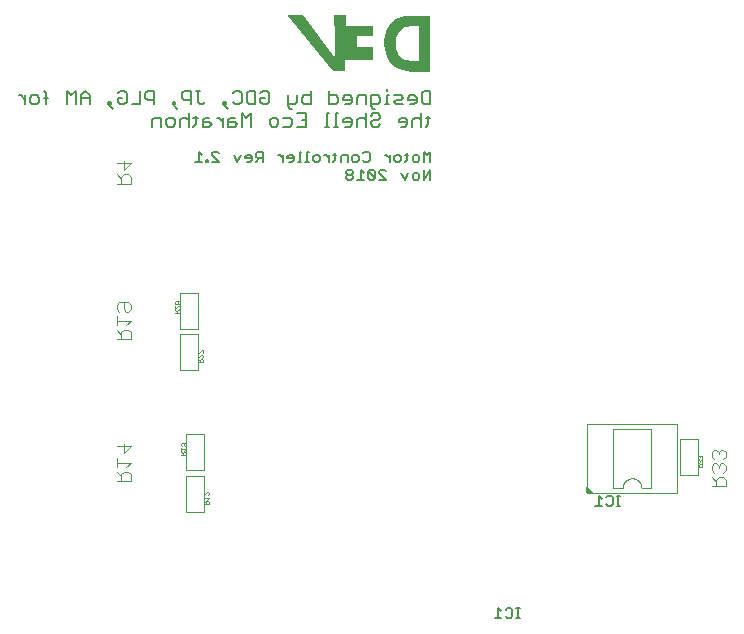
<source format=gbr>
G04 EAGLE Gerber RS-274X export*
G75*
%MOMM*%
%FSLAX34Y34*%
%LPD*%
%AMOC8*
5,1,8,0,0,1.08239X$1,22.5*%
G01*
%ADD10C,0.152400*%
%ADD11C,0.025400*%
%ADD12C,0.076200*%
%ADD13C,0.101600*%
%ADD14C,0.120000*%

G36*
X493535Y537303D02*
X493535Y537303D01*
X493537Y537302D01*
X493580Y537322D01*
X493624Y537340D01*
X493624Y537342D01*
X493626Y537343D01*
X493659Y537428D01*
X493659Y584672D01*
X493658Y584674D01*
X493659Y584676D01*
X493639Y584719D01*
X493621Y584763D01*
X493619Y584763D01*
X493618Y584765D01*
X493533Y584798D01*
X475753Y584798D01*
X475748Y584796D01*
X475743Y584798D01*
X472564Y584548D01*
X472556Y584543D01*
X472545Y584545D01*
X469444Y583800D01*
X469436Y583794D01*
X469425Y583794D01*
X466480Y582574D01*
X466473Y582567D01*
X466462Y582565D01*
X463743Y580899D01*
X463738Y580891D01*
X463727Y580887D01*
X461303Y578816D01*
X461298Y578808D01*
X461289Y578802D01*
X459218Y576378D01*
X459215Y576368D01*
X459206Y576362D01*
X457540Y573643D01*
X457539Y573633D01*
X457531Y573625D01*
X456311Y570680D01*
X456311Y570670D01*
X456305Y570661D01*
X455560Y567560D01*
X455562Y567551D01*
X455557Y567541D01*
X455307Y564362D01*
X455309Y564357D01*
X455307Y564352D01*
X455307Y559780D01*
X455309Y559775D01*
X455307Y559770D01*
X455582Y556273D01*
X455587Y556265D01*
X455585Y556254D01*
X456404Y552843D01*
X456410Y552835D01*
X456410Y552825D01*
X457753Y549584D01*
X457760Y549577D01*
X457762Y549566D01*
X459594Y546576D01*
X459602Y546570D01*
X459606Y546560D01*
X461884Y543893D01*
X461893Y543888D01*
X461898Y543879D01*
X464565Y541601D01*
X464574Y541598D01*
X464581Y541589D01*
X467571Y539757D01*
X467581Y539755D01*
X467589Y539748D01*
X470830Y538405D01*
X470839Y538405D01*
X470848Y538399D01*
X474259Y537580D01*
X474269Y537582D01*
X474278Y537577D01*
X477775Y537302D01*
X477780Y537304D01*
X477785Y537302D01*
X493533Y537302D01*
X493535Y537303D01*
G37*
G36*
X422161Y537811D02*
X422161Y537811D01*
X422163Y537810D01*
X422206Y537830D01*
X422250Y537848D01*
X422250Y537850D01*
X422252Y537851D01*
X422285Y537936D01*
X422285Y546954D01*
X445781Y546954D01*
X445783Y546955D01*
X445785Y546954D01*
X445828Y546974D01*
X445872Y546992D01*
X445872Y546994D01*
X445874Y546995D01*
X445907Y547080D01*
X445907Y558256D01*
X445906Y558258D01*
X445907Y558260D01*
X445887Y558303D01*
X445869Y558347D01*
X445867Y558347D01*
X445866Y558349D01*
X445781Y558382D01*
X432445Y558382D01*
X432445Y567528D01*
X445781Y567528D01*
X445783Y567529D01*
X445785Y567528D01*
X445828Y567548D01*
X445872Y567566D01*
X445872Y567568D01*
X445874Y567569D01*
X445907Y567654D01*
X445907Y575782D01*
X445906Y575784D01*
X445907Y575786D01*
X445887Y575829D01*
X445869Y575873D01*
X445867Y575873D01*
X445866Y575875D01*
X445781Y575908D01*
X422539Y575908D01*
X422539Y584926D01*
X422538Y584928D01*
X422539Y584930D01*
X422519Y584973D01*
X422501Y585017D01*
X422499Y585017D01*
X422498Y585019D01*
X422413Y585052D01*
X413015Y585052D01*
X413012Y585051D01*
X413008Y585052D01*
X412967Y585032D01*
X412924Y585014D01*
X412923Y585011D01*
X412920Y585009D01*
X412889Y584923D01*
X412895Y584645D01*
X412895Y584644D01*
X412900Y584392D01*
X412908Y584013D01*
X412913Y583761D01*
X412921Y583382D01*
X412926Y583130D01*
X412926Y583129D01*
X412931Y582877D01*
X412939Y582498D01*
X412944Y582246D01*
X412952Y581867D01*
X412957Y581615D01*
X412957Y581614D01*
X412962Y581362D01*
X412970Y580983D01*
X412976Y580731D01*
X412983Y580352D01*
X412989Y580100D01*
X412989Y580099D01*
X412996Y579721D01*
X413002Y579468D01*
X413007Y579216D01*
X413015Y578837D01*
X413020Y578585D01*
X413020Y578584D01*
X413028Y578206D01*
X413033Y577953D01*
X413038Y577701D01*
X413046Y577322D01*
X413051Y577070D01*
X413051Y577069D01*
X413059Y576691D01*
X413064Y576438D01*
X413072Y576060D01*
X413072Y576059D01*
X413077Y575807D01*
X413083Y575555D01*
X413083Y575554D01*
X413090Y575176D01*
X413096Y574923D01*
X413104Y574545D01*
X413104Y574544D01*
X413109Y574292D01*
X413114Y574040D01*
X413114Y574039D01*
X413122Y573661D01*
X413127Y573408D01*
X413135Y573030D01*
X413135Y573029D01*
X413140Y572777D01*
X413148Y572398D01*
X413153Y572146D01*
X413158Y571893D01*
X413166Y571515D01*
X413166Y571514D01*
X413171Y571262D01*
X413179Y570883D01*
X413185Y570631D01*
X413184Y570631D01*
X413185Y570631D01*
X413190Y570378D01*
X413198Y570000D01*
X413198Y569999D01*
X413203Y569747D01*
X413211Y569368D01*
X413216Y569116D01*
X413224Y568737D01*
X413229Y568485D01*
X413229Y568484D01*
X413234Y568232D01*
X413242Y567853D01*
X413247Y567601D01*
X413255Y567222D01*
X413260Y566970D01*
X413260Y566969D01*
X413265Y566717D01*
X413273Y566338D01*
X413279Y566086D01*
X413286Y565707D01*
X413292Y565455D01*
X413292Y565454D01*
X413299Y565076D01*
X413305Y564823D01*
X413310Y564571D01*
X413318Y564192D01*
X413323Y563940D01*
X413323Y563939D01*
X413331Y563561D01*
X413336Y563308D01*
X413341Y563056D01*
X413349Y562677D01*
X413354Y562425D01*
X413354Y562424D01*
X413362Y562046D01*
X413367Y561793D01*
X413375Y561415D01*
X413375Y561414D01*
X413380Y561162D01*
X413386Y560910D01*
X413386Y560909D01*
X413393Y560531D01*
X413399Y560278D01*
X413407Y559900D01*
X413407Y559899D01*
X413412Y559647D01*
X413417Y559395D01*
X413417Y559394D01*
X413425Y559016D01*
X413430Y558763D01*
X413438Y558385D01*
X413438Y558384D01*
X413443Y558132D01*
X413451Y557753D01*
X413456Y557501D01*
X413461Y557248D01*
X413469Y556870D01*
X413469Y556869D01*
X413474Y556617D01*
X413482Y556238D01*
X413488Y555986D01*
X413487Y555986D01*
X413488Y555986D01*
X413493Y555733D01*
X413501Y555355D01*
X413501Y555354D01*
X413506Y555102D01*
X413514Y554723D01*
X413519Y554471D01*
X413527Y554092D01*
X413532Y553840D01*
X413532Y553839D01*
X413537Y553587D01*
X413545Y553208D01*
X413550Y552956D01*
X413558Y552577D01*
X413563Y552325D01*
X413563Y552324D01*
X413568Y552072D01*
X413576Y551693D01*
X413582Y551441D01*
X413589Y551062D01*
X413595Y550810D01*
X413595Y550809D01*
X413602Y550431D01*
X413608Y550178D01*
X413613Y549926D01*
X413621Y549547D01*
X413626Y549295D01*
X413626Y549294D01*
X413634Y548916D01*
X413639Y548663D01*
X413643Y548488D01*
X386446Y585001D01*
X386435Y585008D01*
X386430Y585019D01*
X386388Y585036D01*
X386361Y585051D01*
X386353Y585049D01*
X386345Y585052D01*
X373899Y585052D01*
X373859Y585035D01*
X373817Y585022D01*
X373814Y585016D01*
X373808Y585014D01*
X373793Y584973D01*
X373773Y584934D01*
X373775Y584928D01*
X373773Y584922D01*
X373785Y584895D01*
X373800Y584847D01*
X411392Y537857D01*
X411402Y537852D01*
X411406Y537843D01*
X411453Y537825D01*
X411479Y537810D01*
X411485Y537812D01*
X411491Y537810D01*
X422159Y537810D01*
X422161Y537811D01*
G37*
%LPC*%
G36*
X477029Y546698D02*
X477029Y546698D01*
X474928Y546882D01*
X472897Y547426D01*
X470990Y548315D01*
X469268Y549521D01*
X467780Y551009D01*
X466574Y552731D01*
X465685Y554638D01*
X465141Y556669D01*
X464957Y558770D01*
X464957Y563330D01*
X465145Y565475D01*
X465701Y567550D01*
X466608Y569496D01*
X467840Y571255D01*
X469358Y572773D01*
X471117Y574005D01*
X473064Y574912D01*
X475138Y575468D01*
X477283Y575656D01*
X484263Y575656D01*
X484263Y546698D01*
X477029Y546698D01*
G37*
%LPD*%
G36*
X631492Y180418D02*
X631492Y180418D01*
X631584Y180430D01*
X631598Y180437D01*
X631614Y180440D01*
X631694Y180489D01*
X631776Y180533D01*
X631787Y180546D01*
X631800Y180554D01*
X631857Y180628D01*
X631918Y180699D01*
X631924Y180714D01*
X631933Y180727D01*
X631960Y180816D01*
X631992Y180904D01*
X631991Y180920D01*
X631996Y180936D01*
X631989Y181029D01*
X631987Y181122D01*
X631981Y181137D01*
X631979Y181153D01*
X631940Y181237D01*
X631904Y181324D01*
X631891Y181341D01*
X631886Y181350D01*
X631872Y181364D01*
X631824Y181424D01*
X627324Y185924D01*
X627247Y185977D01*
X627173Y186033D01*
X627158Y186038D01*
X627144Y186047D01*
X627054Y186069D01*
X626964Y186096D01*
X626948Y186095D01*
X626932Y186098D01*
X626840Y186086D01*
X626747Y186079D01*
X626732Y186072D01*
X626716Y186070D01*
X626634Y186026D01*
X626550Y185986D01*
X626538Y185974D01*
X626524Y185967D01*
X626463Y185896D01*
X626399Y185829D01*
X626393Y185814D01*
X626382Y185801D01*
X626351Y185714D01*
X626314Y185628D01*
X626312Y185606D01*
X626309Y185596D01*
X626309Y185576D01*
X626301Y185500D01*
X626301Y181000D01*
X626315Y180924D01*
X626321Y180847D01*
X626335Y180818D01*
X626340Y180786D01*
X626381Y180719D01*
X626414Y180650D01*
X626437Y180627D01*
X626454Y180600D01*
X626516Y180552D01*
X626571Y180499D01*
X626601Y180486D01*
X626627Y180467D01*
X626701Y180445D01*
X626772Y180414D01*
X626818Y180410D01*
X626836Y180404D01*
X626855Y180406D01*
X626900Y180401D01*
X631400Y180401D01*
X631492Y180418D01*
G37*
D10*
X494238Y520998D02*
X494238Y509812D01*
X488645Y509812D01*
X486781Y511676D01*
X486781Y519133D01*
X488645Y520998D01*
X494238Y520998D01*
X480680Y509812D02*
X476951Y509812D01*
X480680Y509812D02*
X482544Y511676D01*
X482544Y515405D01*
X480680Y517269D01*
X476951Y517269D01*
X475087Y515405D01*
X475087Y513541D01*
X482544Y513541D01*
X470850Y509812D02*
X465257Y509812D01*
X463393Y511676D01*
X465257Y513541D01*
X468986Y513541D01*
X470850Y515405D01*
X468986Y517269D01*
X463393Y517269D01*
X459156Y517269D02*
X457292Y517269D01*
X457292Y509812D01*
X459156Y509812D02*
X455428Y509812D01*
X457292Y520998D02*
X457292Y522862D01*
X447632Y506084D02*
X445767Y506084D01*
X443903Y507948D01*
X443903Y517269D01*
X449496Y517269D01*
X451360Y515405D01*
X451360Y511676D01*
X449496Y509812D01*
X443903Y509812D01*
X439666Y509812D02*
X439666Y517269D01*
X434073Y517269D01*
X432209Y515405D01*
X432209Y509812D01*
X426108Y509812D02*
X422379Y509812D01*
X426108Y509812D02*
X427972Y511676D01*
X427972Y515405D01*
X426108Y517269D01*
X422379Y517269D01*
X420515Y515405D01*
X420515Y513541D01*
X427972Y513541D01*
X408821Y509812D02*
X408821Y520998D01*
X408821Y509812D02*
X414414Y509812D01*
X416278Y511676D01*
X416278Y515405D01*
X414414Y517269D01*
X408821Y517269D01*
X392890Y520998D02*
X392890Y509812D01*
X387298Y509812D01*
X385433Y511676D01*
X385433Y515405D01*
X387298Y517269D01*
X392890Y517269D01*
X381196Y517269D02*
X381196Y511676D01*
X379332Y509812D01*
X373739Y509812D01*
X373739Y507948D02*
X373739Y517269D01*
X373739Y507948D02*
X375604Y506084D01*
X377468Y506084D01*
X352216Y520998D02*
X350351Y519133D01*
X352216Y520998D02*
X355944Y520998D01*
X357808Y519133D01*
X357808Y511676D01*
X355944Y509812D01*
X352216Y509812D01*
X350351Y511676D01*
X350351Y515405D01*
X354080Y515405D01*
X346114Y520998D02*
X346114Y509812D01*
X340522Y509812D01*
X338657Y511676D01*
X338657Y519133D01*
X340522Y520998D01*
X346114Y520998D01*
X328828Y520998D02*
X326963Y519133D01*
X328828Y520998D02*
X332556Y520998D01*
X334420Y519133D01*
X334420Y511676D01*
X332556Y509812D01*
X328828Y509812D01*
X326963Y511676D01*
X322726Y506084D02*
X318998Y509812D01*
X318998Y511676D01*
X320862Y511676D01*
X320862Y509812D01*
X318998Y509812D01*
X303237Y511676D02*
X301372Y509812D01*
X299508Y509812D01*
X297644Y511676D01*
X297644Y520998D01*
X299508Y520998D02*
X295780Y520998D01*
X291543Y520998D02*
X291543Y509812D01*
X291543Y520998D02*
X285950Y520998D01*
X284086Y519133D01*
X284086Y515405D01*
X285950Y513541D01*
X291543Y513541D01*
X279849Y506084D02*
X276120Y509812D01*
X276120Y511676D01*
X277984Y511676D01*
X277984Y509812D01*
X276120Y509812D01*
X260359Y509812D02*
X260359Y520998D01*
X254766Y520998D01*
X252902Y519133D01*
X252902Y515405D01*
X254766Y513541D01*
X260359Y513541D01*
X248665Y509812D02*
X248665Y520998D01*
X248665Y509812D02*
X241208Y509812D01*
X231378Y520998D02*
X229514Y519133D01*
X231378Y520998D02*
X235106Y520998D01*
X236971Y519133D01*
X236971Y511676D01*
X235106Y509812D01*
X231378Y509812D01*
X229514Y511676D01*
X229514Y515405D01*
X233242Y515405D01*
X225277Y506084D02*
X221548Y509812D01*
X221548Y511676D01*
X223413Y511676D01*
X223413Y509812D01*
X221548Y509812D01*
X205787Y509812D02*
X205787Y517269D01*
X202058Y520998D01*
X198330Y517269D01*
X198330Y509812D01*
X198330Y515405D02*
X205787Y515405D01*
X194093Y509812D02*
X194093Y520998D01*
X190364Y517269D01*
X186636Y520998D01*
X186636Y509812D01*
X168841Y509812D02*
X168841Y519133D01*
X166976Y520998D01*
X166976Y515405D02*
X170705Y515405D01*
X161045Y509812D02*
X157316Y509812D01*
X155452Y511676D01*
X155452Y515405D01*
X157316Y517269D01*
X161045Y517269D01*
X162909Y515405D01*
X162909Y511676D01*
X161045Y509812D01*
X151215Y509812D02*
X151215Y517269D01*
X151215Y513541D02*
X147486Y517269D01*
X145622Y517269D01*
X492374Y500083D02*
X492374Y492626D01*
X490510Y490762D01*
X490510Y498219D02*
X494238Y498219D01*
X486442Y501948D02*
X486442Y490762D01*
X486442Y496355D02*
X484578Y498219D01*
X480849Y498219D01*
X478985Y496355D01*
X478985Y490762D01*
X472884Y490762D02*
X469155Y490762D01*
X472884Y490762D02*
X474748Y492626D01*
X474748Y496355D01*
X472884Y498219D01*
X469155Y498219D01*
X467291Y496355D01*
X467291Y494491D01*
X474748Y494491D01*
X445767Y501948D02*
X443903Y500083D01*
X445767Y501948D02*
X449496Y501948D01*
X451360Y500083D01*
X451360Y498219D01*
X449496Y496355D01*
X445767Y496355D01*
X443903Y494491D01*
X443903Y492626D01*
X445767Y490762D01*
X449496Y490762D01*
X451360Y492626D01*
X439666Y490762D02*
X439666Y501948D01*
X437802Y498219D02*
X439666Y496355D01*
X437802Y498219D02*
X434073Y498219D01*
X432209Y496355D01*
X432209Y490762D01*
X426108Y490762D02*
X422379Y490762D01*
X426108Y490762D02*
X427972Y492626D01*
X427972Y496355D01*
X426108Y498219D01*
X422379Y498219D01*
X420515Y496355D01*
X420515Y494491D01*
X427972Y494491D01*
X416278Y501948D02*
X414414Y501948D01*
X414414Y490762D01*
X416278Y490762D02*
X412550Y490762D01*
X408482Y501948D02*
X406618Y501948D01*
X406618Y490762D01*
X408482Y490762D02*
X404754Y490762D01*
X388992Y501948D02*
X381535Y501948D01*
X388992Y501948D02*
X388992Y490762D01*
X381535Y490762D01*
X385264Y496355D02*
X388992Y496355D01*
X375434Y498219D02*
X369841Y498219D01*
X375434Y498219D02*
X377298Y496355D01*
X377298Y492626D01*
X375434Y490762D01*
X369841Y490762D01*
X363740Y490762D02*
X360012Y490762D01*
X358147Y492626D01*
X358147Y496355D01*
X360012Y498219D01*
X363740Y498219D01*
X365604Y496355D01*
X365604Y492626D01*
X363740Y490762D01*
X342216Y490762D02*
X342216Y501948D01*
X338488Y498219D01*
X334759Y501948D01*
X334759Y490762D01*
X328658Y498219D02*
X324930Y498219D01*
X323065Y496355D01*
X323065Y490762D01*
X328658Y490762D01*
X330522Y492626D01*
X328658Y494491D01*
X323065Y494491D01*
X318829Y498219D02*
X318829Y490762D01*
X318829Y494491D02*
X315100Y498219D01*
X313236Y498219D01*
X307219Y498219D02*
X303491Y498219D01*
X301627Y496355D01*
X301627Y490762D01*
X307219Y490762D01*
X309084Y492626D01*
X307219Y494491D01*
X301627Y494491D01*
X295525Y492626D02*
X295525Y500083D01*
X295525Y492626D02*
X293661Y490762D01*
X293661Y498219D02*
X297390Y498219D01*
X289594Y501948D02*
X289594Y490762D01*
X289594Y496355D02*
X287729Y498219D01*
X284001Y498219D01*
X282137Y496355D01*
X282137Y490762D01*
X276035Y490762D02*
X272307Y490762D01*
X270443Y492626D01*
X270443Y496355D01*
X272307Y498219D01*
X276035Y498219D01*
X277900Y496355D01*
X277900Y492626D01*
X276035Y490762D01*
X266206Y490762D02*
X266206Y498219D01*
X260613Y498219D01*
X258749Y496355D01*
X258749Y490762D01*
X494238Y469645D02*
X494238Y461002D01*
X491357Y466764D02*
X494238Y469645D01*
X491357Y466764D02*
X488476Y469645D01*
X488476Y461002D01*
X483442Y461002D02*
X480561Y461002D01*
X479121Y462443D01*
X479121Y465324D01*
X480561Y466764D01*
X483442Y466764D01*
X484883Y465324D01*
X484883Y462443D01*
X483442Y461002D01*
X474087Y462443D02*
X474087Y468205D01*
X474087Y462443D02*
X472647Y461002D01*
X472647Y466764D02*
X475528Y466764D01*
X467850Y461002D02*
X464969Y461002D01*
X463529Y462443D01*
X463529Y465324D01*
X464969Y466764D01*
X467850Y466764D01*
X469291Y465324D01*
X469291Y462443D01*
X467850Y461002D01*
X459936Y461002D02*
X459936Y466764D01*
X459936Y463883D02*
X457055Y466764D01*
X455614Y466764D01*
X438463Y469645D02*
X437022Y468205D01*
X438463Y469645D02*
X441344Y469645D01*
X442785Y468205D01*
X442785Y462443D01*
X441344Y461002D01*
X438463Y461002D01*
X437022Y462443D01*
X431989Y461002D02*
X429108Y461002D01*
X427667Y462443D01*
X427667Y465324D01*
X429108Y466764D01*
X431989Y466764D01*
X433429Y465324D01*
X433429Y462443D01*
X431989Y461002D01*
X424074Y461002D02*
X424074Y466764D01*
X419752Y466764D01*
X418312Y465324D01*
X418312Y461002D01*
X413278Y462443D02*
X413278Y468205D01*
X413278Y462443D02*
X411838Y461002D01*
X411838Y466764D02*
X414719Y466764D01*
X408482Y466764D02*
X408482Y461002D01*
X408482Y463883D02*
X405601Y466764D01*
X404160Y466764D01*
X399246Y461002D02*
X396365Y461002D01*
X394924Y462443D01*
X394924Y465324D01*
X396365Y466764D01*
X399246Y466764D01*
X400686Y465324D01*
X400686Y462443D01*
X399246Y461002D01*
X391331Y469645D02*
X389890Y469645D01*
X389890Y461002D01*
X388450Y461002D02*
X391331Y461002D01*
X385094Y469645D02*
X383654Y469645D01*
X383654Y461002D01*
X385094Y461002D02*
X382213Y461002D01*
X377417Y461002D02*
X374536Y461002D01*
X377417Y461002D02*
X378857Y462443D01*
X378857Y465324D01*
X377417Y466764D01*
X374536Y466764D01*
X373095Y465324D01*
X373095Y463883D01*
X378857Y463883D01*
X369502Y461002D02*
X369502Y466764D01*
X369502Y463883D02*
X366621Y466764D01*
X365181Y466764D01*
X352351Y469645D02*
X352351Y461002D01*
X352351Y469645D02*
X348029Y469645D01*
X346589Y468205D01*
X346589Y465324D01*
X348029Y463883D01*
X352351Y463883D01*
X349470Y463883D02*
X346589Y461002D01*
X341555Y461002D02*
X338674Y461002D01*
X341555Y461002D02*
X342996Y462443D01*
X342996Y465324D01*
X341555Y466764D01*
X338674Y466764D01*
X337234Y465324D01*
X337234Y463883D01*
X342996Y463883D01*
X333641Y466764D02*
X330760Y461002D01*
X327878Y466764D01*
X314930Y461002D02*
X309168Y461002D01*
X314930Y461002D02*
X309168Y466764D01*
X309168Y468205D01*
X310609Y469645D01*
X313490Y469645D01*
X314930Y468205D01*
X305575Y462443D02*
X305575Y461002D01*
X305575Y462443D02*
X304135Y462443D01*
X304135Y461002D01*
X305575Y461002D01*
X300898Y466764D02*
X298016Y469645D01*
X298016Y461002D01*
X295135Y461002D02*
X300898Y461002D01*
X494238Y454405D02*
X494238Y445762D01*
X488476Y445762D02*
X494238Y454405D01*
X488476Y454405D02*
X488476Y445762D01*
X483442Y445762D02*
X480561Y445762D01*
X479121Y447203D01*
X479121Y450084D01*
X480561Y451524D01*
X483442Y451524D01*
X484883Y450084D01*
X484883Y447203D01*
X483442Y445762D01*
X475528Y451524D02*
X472647Y445762D01*
X469765Y451524D01*
X456817Y445762D02*
X451055Y445762D01*
X456817Y445762D02*
X451055Y451524D01*
X451055Y452965D01*
X452496Y454405D01*
X455377Y454405D01*
X456817Y452965D01*
X447462Y452965D02*
X447462Y447203D01*
X447462Y452965D02*
X446022Y454405D01*
X443140Y454405D01*
X441700Y452965D01*
X441700Y447203D01*
X443140Y445762D01*
X446022Y445762D01*
X447462Y447203D01*
X441700Y452965D01*
X438107Y451524D02*
X435226Y454405D01*
X435226Y445762D01*
X438107Y445762D02*
X432345Y445762D01*
X428752Y452965D02*
X427311Y454405D01*
X424430Y454405D01*
X422989Y452965D01*
X422989Y451524D01*
X424430Y450084D01*
X422989Y448643D01*
X422989Y447203D01*
X424430Y445762D01*
X427311Y445762D01*
X428752Y447203D01*
X428752Y448643D01*
X427311Y450084D01*
X428752Y451524D01*
X428752Y452965D01*
X427311Y450084D02*
X424430Y450084D01*
D11*
X306560Y171237D02*
X302747Y171237D01*
X306560Y171237D02*
X306560Y173144D01*
X305925Y173779D01*
X304654Y173779D01*
X304018Y173144D01*
X304018Y171237D01*
X304018Y172508D02*
X302747Y173779D01*
X305289Y174979D02*
X306560Y176250D01*
X302747Y176250D01*
X302747Y174979D02*
X302747Y177521D01*
X302747Y178721D02*
X302747Y181263D01*
X302747Y178721D02*
X305289Y181263D01*
X305925Y181263D01*
X306560Y180628D01*
X306560Y179357D01*
X305925Y178721D01*
D12*
X302620Y164760D02*
X302620Y195240D01*
X287380Y195240D01*
X287380Y164760D01*
X302620Y164760D01*
D11*
X302747Y171237D02*
X306560Y171237D01*
X306560Y173144D01*
X305925Y173779D01*
X304654Y173779D01*
X304018Y173144D01*
X304018Y171237D01*
X304018Y172508D02*
X302747Y173779D01*
X305289Y174979D02*
X306560Y176250D01*
X302747Y176250D01*
X302747Y174979D02*
X302747Y177521D01*
X302747Y178721D02*
X302747Y181263D01*
X302747Y178721D02*
X305289Y181263D01*
X305925Y181263D01*
X306560Y180628D01*
X306560Y179357D01*
X305925Y178721D01*
X287256Y212791D02*
X283443Y212791D01*
X287256Y212791D02*
X287256Y214697D01*
X286621Y215333D01*
X285350Y215333D01*
X284714Y214697D01*
X284714Y212791D01*
X284714Y214062D02*
X283443Y215333D01*
X285985Y216533D02*
X287256Y217804D01*
X283443Y217804D01*
X283443Y216533D02*
X283443Y219075D01*
X286621Y220275D02*
X287256Y220910D01*
X287256Y222182D01*
X286621Y222817D01*
X285985Y222817D01*
X285350Y222182D01*
X285350Y221546D01*
X285350Y222182D02*
X284714Y222817D01*
X284079Y222817D01*
X283443Y222182D01*
X283443Y220910D01*
X284079Y220275D01*
D12*
X287380Y230240D02*
X287380Y199760D01*
X302620Y199760D01*
X302620Y230240D01*
X287380Y230240D01*
D11*
X287256Y212791D02*
X283443Y212791D01*
X287256Y212791D02*
X287256Y214697D01*
X286621Y215333D01*
X285350Y215333D01*
X284714Y214697D01*
X284714Y212791D01*
X284714Y214062D02*
X283443Y215333D01*
X285985Y216533D02*
X287256Y217804D01*
X283443Y217804D01*
X283443Y216533D02*
X283443Y219075D01*
X286621Y220275D02*
X287256Y220910D01*
X287256Y222182D01*
X286621Y222817D01*
X285985Y222817D01*
X285350Y222182D01*
X285350Y221546D01*
X285350Y222182D02*
X284714Y222817D01*
X284079Y222817D01*
X283443Y222182D01*
X283443Y220910D01*
X284079Y220275D01*
D13*
X240452Y190826D02*
X228758Y190826D01*
X240452Y190826D02*
X240452Y196673D01*
X238503Y198622D01*
X234605Y198622D01*
X232656Y196673D01*
X232656Y190826D01*
X232656Y194724D02*
X228758Y198622D01*
X236554Y202520D02*
X240452Y206418D01*
X228758Y206418D01*
X228758Y202520D02*
X228758Y210316D01*
X228758Y220061D02*
X240452Y220061D01*
X234605Y214214D01*
X234605Y222010D01*
X228758Y190826D02*
X240452Y190826D01*
X240452Y196673D01*
X238503Y198622D01*
X234605Y198622D01*
X232656Y196673D01*
X232656Y190826D01*
X232656Y194724D02*
X228758Y198622D01*
X236554Y202520D02*
X240452Y206418D01*
X228758Y206418D01*
X228758Y202520D02*
X228758Y210316D01*
X228758Y220061D02*
X240452Y220061D01*
X234605Y214214D01*
X234605Y222010D01*
X228758Y310826D02*
X240452Y310826D01*
X240452Y316673D01*
X238503Y318622D01*
X234605Y318622D01*
X232656Y316673D01*
X232656Y310826D01*
X232656Y314724D02*
X228758Y318622D01*
X236554Y322520D02*
X240452Y326418D01*
X228758Y326418D01*
X228758Y322520D02*
X228758Y330316D01*
X230707Y334214D02*
X228758Y336163D01*
X228758Y340061D01*
X230707Y342010D01*
X238503Y342010D01*
X240452Y340061D01*
X240452Y336163D01*
X238503Y334214D01*
X236554Y334214D01*
X234605Y336163D01*
X234605Y342010D01*
X228758Y310826D02*
X240452Y310826D01*
X240452Y316673D01*
X238503Y318622D01*
X234605Y318622D01*
X232656Y316673D01*
X232656Y310826D01*
X232656Y314724D02*
X228758Y318622D01*
X236554Y322520D02*
X240452Y326418D01*
X228758Y326418D01*
X228758Y322520D02*
X228758Y330316D01*
X230707Y334214D02*
X228758Y336163D01*
X228758Y340061D01*
X230707Y342010D01*
X238503Y342010D01*
X240452Y340061D01*
X240452Y336163D01*
X238503Y334214D01*
X236554Y334214D01*
X234605Y336163D01*
X234605Y342010D01*
D11*
X297747Y291237D02*
X301560Y291237D01*
X301560Y293144D01*
X300925Y293779D01*
X299654Y293779D01*
X299018Y293144D01*
X299018Y291237D01*
X299018Y292508D02*
X297747Y293779D01*
X297747Y294979D02*
X297747Y297521D01*
X297747Y294979D02*
X300289Y297521D01*
X300925Y297521D01*
X301560Y296886D01*
X301560Y295615D01*
X300925Y294979D01*
X301560Y298721D02*
X301560Y301263D01*
X300925Y301263D01*
X298383Y298721D01*
X297747Y298721D01*
D12*
X297620Y284760D02*
X297620Y315240D01*
X282380Y315240D01*
X282380Y284760D01*
X297620Y284760D01*
D11*
X297747Y291237D02*
X301560Y291237D01*
X301560Y293144D01*
X300925Y293779D01*
X299654Y293779D01*
X299018Y293144D01*
X299018Y291237D01*
X299018Y292508D02*
X297747Y293779D01*
X297747Y294979D02*
X297747Y297521D01*
X297747Y294979D02*
X300289Y297521D01*
X300925Y297521D01*
X301560Y296886D01*
X301560Y295615D01*
X300925Y294979D01*
X301560Y298721D02*
X301560Y301263D01*
X300925Y301263D01*
X298383Y298721D01*
X297747Y298721D01*
X282256Y332791D02*
X278443Y332791D01*
X282256Y332791D02*
X282256Y334697D01*
X281621Y335333D01*
X280350Y335333D01*
X279714Y334697D01*
X279714Y332791D01*
X279714Y334062D02*
X278443Y335333D01*
X278443Y336533D02*
X278443Y339075D01*
X278443Y336533D02*
X280985Y339075D01*
X281621Y339075D01*
X282256Y338439D01*
X282256Y337168D01*
X281621Y336533D01*
X281621Y340275D02*
X282256Y340910D01*
X282256Y342182D01*
X281621Y342817D01*
X280985Y342817D01*
X280350Y342182D01*
X279714Y342817D01*
X279079Y342817D01*
X278443Y342182D01*
X278443Y340910D01*
X279079Y340275D01*
X279714Y340275D01*
X280350Y340910D01*
X280985Y340275D01*
X281621Y340275D01*
X280350Y340910D02*
X280350Y342182D01*
D12*
X282380Y350240D02*
X282380Y319760D01*
X297620Y319760D01*
X297620Y350240D01*
X282380Y350240D01*
D11*
X282256Y332791D02*
X278443Y332791D01*
X282256Y332791D02*
X282256Y334697D01*
X281621Y335333D01*
X280350Y335333D01*
X279714Y334697D01*
X279714Y332791D01*
X279714Y334062D02*
X278443Y335333D01*
X278443Y336533D02*
X278443Y339075D01*
X278443Y336533D02*
X280985Y339075D01*
X281621Y339075D01*
X282256Y338439D01*
X282256Y337168D01*
X281621Y336533D01*
X281621Y340275D02*
X282256Y340910D01*
X282256Y342182D01*
X281621Y342817D01*
X280985Y342817D01*
X280350Y342182D01*
X279714Y342817D01*
X279079Y342817D01*
X278443Y342182D01*
X278443Y340910D01*
X279079Y340275D01*
X279714Y340275D01*
X280350Y340910D01*
X280985Y340275D01*
X281621Y340275D01*
X280350Y340910D02*
X280350Y342182D01*
D13*
X240452Y442520D02*
X228758Y442520D01*
X240452Y442520D02*
X240452Y448367D01*
X238503Y450316D01*
X234605Y450316D01*
X232656Y448367D01*
X232656Y442520D01*
X232656Y446418D02*
X228758Y450316D01*
X228758Y460061D02*
X240452Y460061D01*
X234605Y454214D01*
X234605Y462010D01*
X228758Y442520D02*
X240452Y442520D01*
X240452Y448367D01*
X238503Y450316D01*
X234605Y450316D01*
X232656Y448367D01*
X232656Y442520D01*
X232656Y446418D02*
X228758Y450316D01*
X228758Y460061D02*
X240452Y460061D01*
X234605Y454214D01*
X234605Y462010D01*
D14*
X626900Y181000D02*
X703100Y181000D01*
X703100Y239000D01*
X626900Y239000D01*
X626900Y181000D01*
D10*
X651965Y169762D02*
X654792Y169762D01*
X653378Y169762D02*
X653378Y178245D01*
X651965Y178245D02*
X654792Y178245D01*
X644412Y178245D02*
X642998Y176831D01*
X644412Y178245D02*
X647240Y178245D01*
X648654Y176831D01*
X648654Y171176D01*
X647240Y169762D01*
X644412Y169762D01*
X642998Y171176D01*
X639446Y175418D02*
X636618Y178245D01*
X636618Y169762D01*
X639446Y169762D02*
X633790Y169762D01*
D14*
X649100Y185000D02*
X649100Y235000D01*
X680900Y235000D01*
X680900Y185000D01*
X657000Y185000D02*
X649100Y185000D01*
X673000Y185000D02*
X680900Y185000D01*
X673000Y185000D02*
X672998Y185195D01*
X672991Y185390D01*
X672979Y185584D01*
X672962Y185778D01*
X672941Y185972D01*
X672915Y186165D01*
X672884Y186357D01*
X672849Y186549D01*
X672809Y186739D01*
X672764Y186929D01*
X672715Y187118D01*
X672661Y187305D01*
X672602Y187491D01*
X672540Y187675D01*
X672472Y187858D01*
X672400Y188039D01*
X672324Y188218D01*
X672244Y188396D01*
X672159Y188571D01*
X672070Y188744D01*
X671976Y188915D01*
X671879Y189084D01*
X671777Y189250D01*
X671672Y189414D01*
X671563Y189575D01*
X671449Y189734D01*
X671332Y189889D01*
X671211Y190042D01*
X671086Y190192D01*
X670958Y190339D01*
X670826Y190482D01*
X670691Y190622D01*
X670553Y190759D01*
X670411Y190893D01*
X670266Y191023D01*
X670117Y191149D01*
X669966Y191272D01*
X669812Y191391D01*
X669655Y191506D01*
X669495Y191618D01*
X669333Y191725D01*
X669168Y191829D01*
X669000Y191928D01*
X668830Y192024D01*
X668658Y192115D01*
X668484Y192202D01*
X668307Y192284D01*
X668129Y192363D01*
X667949Y192437D01*
X667767Y192506D01*
X667583Y192572D01*
X667398Y192632D01*
X667211Y192688D01*
X667023Y192740D01*
X666834Y192787D01*
X666644Y192829D01*
X666453Y192867D01*
X666261Y192900D01*
X666068Y192928D01*
X665875Y192952D01*
X665681Y192971D01*
X665487Y192985D01*
X665292Y192995D01*
X665097Y192999D01*
X664903Y192999D01*
X664708Y192995D01*
X664513Y192985D01*
X664319Y192971D01*
X664125Y192952D01*
X663932Y192928D01*
X663739Y192900D01*
X663547Y192867D01*
X663356Y192829D01*
X663166Y192787D01*
X662977Y192740D01*
X662789Y192688D01*
X662602Y192632D01*
X662417Y192572D01*
X662233Y192506D01*
X662051Y192437D01*
X661871Y192363D01*
X661693Y192284D01*
X661516Y192202D01*
X661342Y192115D01*
X661170Y192024D01*
X661000Y191928D01*
X660832Y191829D01*
X660667Y191725D01*
X660505Y191618D01*
X660345Y191506D01*
X660188Y191391D01*
X660034Y191272D01*
X659883Y191149D01*
X659734Y191023D01*
X659589Y190893D01*
X659447Y190759D01*
X659309Y190622D01*
X659174Y190482D01*
X659042Y190339D01*
X658914Y190192D01*
X658789Y190042D01*
X658668Y189889D01*
X658551Y189734D01*
X658437Y189575D01*
X658328Y189414D01*
X658223Y189250D01*
X658121Y189084D01*
X658024Y188915D01*
X657930Y188744D01*
X657841Y188571D01*
X657756Y188396D01*
X657676Y188218D01*
X657600Y188039D01*
X657528Y187858D01*
X657460Y187675D01*
X657398Y187491D01*
X657339Y187305D01*
X657285Y187118D01*
X657236Y186929D01*
X657191Y186739D01*
X657151Y186549D01*
X657116Y186357D01*
X657085Y186165D01*
X657059Y185972D01*
X657038Y185778D01*
X657021Y185584D01*
X657009Y185390D01*
X657002Y185195D01*
X657000Y185000D01*
D10*
X569792Y74762D02*
X566965Y74762D01*
X568378Y74762D02*
X568378Y83245D01*
X566965Y83245D02*
X569792Y83245D01*
X559412Y83245D02*
X557998Y81831D01*
X559412Y83245D02*
X562240Y83245D01*
X563654Y81831D01*
X563654Y76176D01*
X562240Y74762D01*
X559412Y74762D01*
X557998Y76176D01*
X554446Y80418D02*
X551618Y83245D01*
X551618Y74762D01*
X554446Y74762D02*
X548790Y74762D01*
D11*
X720747Y202237D02*
X724560Y202237D01*
X724560Y204144D01*
X723925Y204779D01*
X722654Y204779D01*
X722018Y204144D01*
X722018Y202237D01*
X722018Y203508D02*
X720747Y204779D01*
X723925Y205979D02*
X724560Y206615D01*
X724560Y207886D01*
X723925Y208521D01*
X723289Y208521D01*
X722654Y207886D01*
X722654Y207250D01*
X722654Y207886D02*
X722018Y208521D01*
X721383Y208521D01*
X720747Y207886D01*
X720747Y206615D01*
X721383Y205979D01*
X723925Y209721D02*
X724560Y210357D01*
X724560Y211628D01*
X723925Y212263D01*
X723289Y212263D01*
X722654Y211628D01*
X722654Y210992D01*
X722654Y211628D02*
X722018Y212263D01*
X721383Y212263D01*
X720747Y211628D01*
X720747Y210357D01*
X721383Y209721D01*
D12*
X720620Y195760D02*
X720620Y226240D01*
X705380Y226240D01*
X705380Y195760D01*
X720620Y195760D01*
D13*
X732558Y186108D02*
X744252Y186108D01*
X744252Y191955D01*
X742303Y193904D01*
X738405Y193904D01*
X736456Y191955D01*
X736456Y186108D01*
X736456Y190006D02*
X732558Y193904D01*
X742303Y197802D02*
X744252Y199751D01*
X744252Y203649D01*
X742303Y205598D01*
X740354Y205598D01*
X738405Y203649D01*
X738405Y201700D01*
X738405Y203649D02*
X736456Y205598D01*
X734507Y205598D01*
X732558Y203649D01*
X732558Y199751D01*
X734507Y197802D01*
X742303Y209496D02*
X744252Y211445D01*
X744252Y215343D01*
X742303Y217292D01*
X740354Y217292D01*
X738405Y215343D01*
X738405Y213394D01*
X738405Y215343D02*
X736456Y217292D01*
X734507Y217292D01*
X732558Y215343D01*
X732558Y211445D01*
X734507Y209496D01*
M02*

</source>
